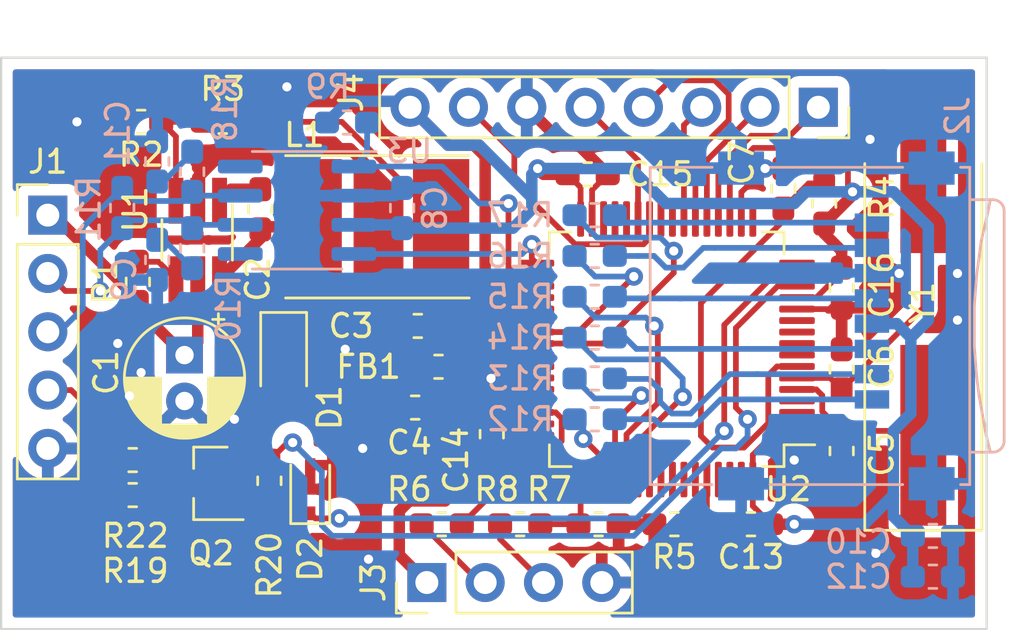
<source format=kicad_pcb>
(kicad_pcb (version 20201002) (generator pcbnew)
  (layers (0 "F.Cu" signal) (31 "B.Cu" signal) (34 "B.Paste" user) (35 "F.Paste" user) (36 "B.SilkS" user "B.Silkscreen") (37 "F.SilkS" user "F.Silkscreen") (38 "B.Mask" user) (39 "F.Mask" user) (44 "Edge.Cuts" user))
  (net 0 "")
  (net 1 "GND")
  (net 2 "+48V")
  (net 3 "Net-(C2-Pad2)")
  (net 4 "Net-(C2-Pad1)")
  (net 5 "Net-(C3-Pad1)")
  (net 6 "+3V3")
  (net 7 "Net-(C5-Pad1)")
  (net 8 "Net-(C6-Pad1)")
  (net 9 "Net-(C7-Pad1)")
  (net 10 "Net-(C9-Pad1)")
  (net 11 "Net-(C11-Pad1)")
  (net 12 "/IN")
  (net 13 "/IO")
  (net 14 "/CANH")
  (net 15 "/CANL")
  (net 16 "Net-(J2-Pad1)")
  (net 17 "Net-(J2-Pad2)")
  (net 18 "Net-(J2-Pad3)")
  (net 19 "Net-(J2-Pad5)")
  (net 20 "Net-(J2-Pad7)")
  (net 21 "Net-(J2-Pad8)")
  (net 22 "/SWCLK")
  (net 23 "/SWDIO")
  (net 24 "/PER_RST")
  (net 25 "/PER_IRQ")
  (net 26 "/PER_MISO")
  (net 27 "/PER_MOSI")
  (net 28 "/PER_SCK")
  (net 29 "/PER_SS")
  (net 30 "Net-(Q2-Pad3)")
  (net 31 "Net-(Q2-Pad1)")
  (net 32 "Net-(R1-Pad2)")
  (net 33 "Net-(R2-Pad1)")
  (net 34 "Net-(R5-Pad1)")
  (net 35 "Net-(R6-Pad1)")
  (net 36 "Net-(R7-Pad2)")
  (net 37 "/CAN_TX")
  (net 38 "/MMC_DAT2")
  (net 39 "/MMC_DAT3")
  (net 40 "/MMC_CMD")
  (net 41 "/MMC_CLK")
  (net 42 "/MMC_DAT0")
  (net 43 "/MMC_DAT1")
  (net 44 "/OUT")
  (net 45 "Net-(U2-Pad62)")
  (net 46 "Net-(U2-Pad61)")
  (net 47 "Net-(U2-Pad59)")
  (net 48 "Net-(U2-Pad58)")
  (net 49 "Net-(U2-Pad57)")
  (net 50 "Net-(U2-Pad56)")
  (net 51 "Net-(U2-Pad55)")
  (net 52 "Net-(U2-Pad50)")
  (net 53 "Net-(U2-Pad45)")
  (net 54 "Net-(U2-Pad44)")
  (net 55 "Net-(U2-Pad43)")
  (net 56 "Net-(U2-Pad42)")
  (net 57 "Net-(U2-Pad41)")
  (net 58 "Net-(U2-Pad38)")
  (net 59 "Net-(U2-Pad37)")
  (net 60 "Net-(U2-Pad36)")
  (net 61 "Net-(U2-Pad35)")
  (net 62 "/CAN_RX")
  (net 63 "Net-(U2-Pad30)")
  (net 64 "Net-(U2-Pad29)")
  (net 65 "Net-(U2-Pad28)")
  (net 66 "Net-(U2-Pad25)")
  (net 67 "Net-(U2-Pad24)")
  (net 68 "Net-(U2-Pad17)")
  (net 69 "Net-(U2-Pad16)")
  (net 70 "Net-(U2-Pad11)")
  (net 71 "Net-(U2-Pad10)")
  (net 72 "Net-(U2-Pad9)")
  (net 73 "Net-(U2-Pad8)")
  (net 74 "Net-(U2-Pad4)")
  (net 75 "Net-(U2-Pad3)")
  (net 76 "Net-(U2-Pad2)")
  (net 77 "Net-(U3-Pad8)")
  (net 78 "Net-(U3-Pad5)")
  (module "Capacitor_THT:CP_Radial_D5.0mm_P2.00mm" (layer "F.Cu") (at 89.013 86.614 -90)
    (fp_text reference "C1" (at 0.762 3.415 90) (layer "F.SilkS"))
    (fp_text value "4u7 60V")
    (pad "1" thru_hole rect (at 0 0 270) (size 1.6 1.6) (drill 0.8) (layers *.Cu *.Mask) (net 2 "+48V"))
    (pad "2" thru_hole circle (at 2 0 270) (size 1.6 1.6) (drill 0.8) (layers *.Cu *.Mask) (net 1 "GND"))
  )
  (module "Connector_PinHeader_2.54mm:PinHeader_1x05_P2.54mm_Vertical" (layer "F.Cu") (at 83.058 80.518)
    (fp_text reference "J1" (at 0 -2.33) (layer "F.SilkS"))
    (fp_text value "EXT")
    (pad "1" thru_hole rect (at 0 0) (size 1.7 1.7) (drill 1) (layers *.Cu *.Mask) (net 2 "+48V"))
    (pad "2" thru_hole oval (at 0 2.54) (size 1.7 1.7) (drill 1) (layers *.Cu *.Mask) (net 15 "/CANL"))
    (pad "3" thru_hole oval (at 0 5.08) (size 1.7 1.7) (drill 1) (layers *.Cu *.Mask) (net 14 "/CANH"))
    (pad "4" thru_hole oval (at 0 7.62) (size 1.7 1.7) (drill 1) (layers *.Cu *.Mask) (net 13 "/IO"))
    (pad "5" thru_hole oval (at 0 10.16) (size 1.7 1.7) (drill 1) (layers *.Cu *.Mask) (net 1 "GND"))
  )
  (module "Inductor_SMD:L_Taiyo-Yuden_NR-60xx_HandSoldering" (layer "F.Cu") (at 97.414 81.026)
    (fp_text reference "L1" (at -3.18 -4) (layer "F.SilkS"))
    (fp_text value ">43u, DCR<0R2, >0.95A")
    (pad "1" smd rect (at -2.775 0) (size 2.45 5.9) (layers "F.Cu" "F.Paste" "F.Mask") (net 3 "Net-(C2-Pad2)"))
    (pad "2" smd rect (at 2.775 0) (size 2.45 5.9) (layers "F.Cu" "F.Paste" "F.Mask") (net 5 "Net-(C3-Pad1)"))
  )
  (module "Package_TO_SOT_SMD:TSOT-23-6_HandSoldering" (layer "F.Cu") (at 89.589 81.6 -90)
    (fp_text reference "U1" (at -1.336 2.721 90) (layer "F.SilkS"))
    (fp_text value "MP2459")
    (pad "1" smd rect (at -1.71 -0.95 270) (size 2 0.65) (layers "F.Cu" "F.Paste" "F.Mask") (net 4 "Net-(C2-Pad1)"))
    (pad "2" smd rect (at -1.71 0 270) (size 2 0.65) (layers "F.Cu" "F.Paste" "F.Mask") (net 1 "GND"))
    (pad "3" smd rect (at -1.71 0.95 270) (size 2 0.65) (layers "F.Cu" "F.Paste" "F.Mask") (net 33 "Net-(R2-Pad1)"))
    (pad "4" smd rect (at 1.71 0.95 270) (size 2 0.65) (layers "F.Cu" "F.Paste" "F.Mask") (net 32 "Net-(R1-Pad2)"))
    (pad "5" smd rect (at 1.71 0 270) (size 2 0.65) (layers "F.Cu" "F.Paste" "F.Mask") (net 2 "+48V"))
    (pad "6" smd rect (at 1.71 -0.95 270) (size 2 0.65) (layers "F.Cu" "F.Paste" "F.Mask") (net 3 "Net-(C2-Pad2)"))
  )
  (module "Connector_PinSocket_2.54mm:PinSocket_1x08_P2.54mm_Vertical" (layer "F.Cu") (at 116.620002 75.8195 -90)
    (fp_text reference "J4" (at -0.6355 20.354002 90) (layer "F.SilkS"))
    (fp_text value "Conn_01x08")
    (pad "1" thru_hole rect (at 0 0 270) (size 1.7 1.7) (drill 1) (layers *.Cu *.Mask) (net 29 "/PER_SS"))
    (pad "2" thru_hole oval (at 0 2.54 270) (size 1.7 1.7) (drill 1) (layers *.Cu *.Mask) (net 28 "/PER_SCK"))
    (pad "3" thru_hole oval (at 0 5.08 270) (size 1.7 1.7) (drill 1) (layers *.Cu *.Mask) (net 27 "/PER_MOSI"))
    (pad "4" thru_hole oval (at 0 7.62 270) (size 1.7 1.7) (drill 1) (layers *.Cu *.Mask) (net 26 "/PER_MISO"))
    (pad "5" thru_hole oval (at 0 10.16 270) (size 1.7 1.7) (drill 1) (layers *.Cu *.Mask) (net 25 "/PER_IRQ"))
    (pad "6" thru_hole oval (at 0 12.7 270) (size 1.7 1.7) (drill 1) (layers *.Cu *.Mask) (net 1 "GND"))
    (pad "7" thru_hole oval (at 0 15.24 270) (size 1.7 1.7) (drill 1) (layers *.Cu *.Mask) (net 24 "/PER_RST"))
    (pad "8" thru_hole oval (at 0 17.78 270) (size 1.7 1.7) (drill 1) (layers *.Cu *.Mask) (net 6 "+3V3"))
  )
  (module "Resistor_SMD:R_0603_1608Metric_Pad1.05x0.95mm_HandSolder" (layer "F.Cu") (at 107.047 93.98 180)
    (fp_text reference "R7" (at 2.145 1.524) (layer "F.SilkS"))
    (fp_text value "4k7")
    (pad "1" smd roundrect (at -0.875 0 180) (size 1.05 0.95) (layers "F.Cu" "F.Paste" "F.Mask") (net 1 "GND"))
    (pad "2" smd roundrect (at 0.875 0 180) (size 1.05 0.95) (layers "F.Cu" "F.Paste" "F.Mask") (net 36 "Net-(R7-Pad2)"))
  )
  (module "Diode_SMD:D_SOD-323" (layer "F.Cu") (at 94.488 92.456 90)
    (fp_text reference "D2" (at -3.048 0 90) (layer "F.SilkS"))
    (fp_text value "3V3")
    (pad "1" smd rect (at -1.05 0 90) (size 0.6 0.45) (layers "F.Cu" "F.Paste" "F.Mask") (net 12 "/IN"))
    (pad "2" smd rect (at 1.05 0 90) (size 0.6 0.45) (layers "F.Cu" "F.Paste" "F.Mask") (net 1 "GND"))
  )
  (module "Capacitor_SMD:C_0603_1608Metric_Pad1.05x0.95mm_HandSolder" (layer "F.Cu") (at 99.173 85.344 180)
    (fp_text reference "C3" (at 2.907 0) (layer "F.SilkS"))
    (fp_text value "22u X5R/X7R 6V3")
    (pad "1" smd roundrect (at -0.875 0 180) (size 1.05 0.95) (layers "F.Cu" "F.Paste" "F.Mask") (net 5 "Net-(C3-Pad1)"))
    (pad "2" smd roundrect (at 0.875 0 180) (size 1.05 0.95) (layers "F.Cu" "F.Paste" "F.Mask") (net 1 "GND"))
  )
  (module "Capacitor_SMD:C_0603_1608Metric_Pad1.05x0.95mm_HandSolder" (layer "F.Cu") (at 106.573003 78.74)
    (fp_text reference "C15" (at 3.154997 0) (layer "F.SilkS"))
    (fp_text value "100n")
    (pad "1" smd roundrect (at -0.875 0) (size 1.05 0.95) (layers "F.Cu" "F.Paste" "F.Mask") (net 6 "+3V3"))
    (pad "2" smd roundrect (at 0.875 0) (size 1.05 0.95) (layers "F.Cu" "F.Paste" "F.Mask") (net 1 "GND"))
  )
  (module "Resistor_SMD:R_0603_1608Metric_Pad1.05x0.95mm_HandSolder" (layer "F.Cu") (at 110.349 93.98 180)
    (fp_text reference "R5" (at 0 -1.43) (layer "F.SilkS"))
    (fp_text value "1k")
    (pad "1" smd roundrect (at -0.875 0 180) (size 1.05 0.95) (layers "F.Cu" "F.Paste" "F.Mask") (net 34 "Net-(R5-Pad1)"))
    (pad "2" smd roundrect (at 0.875 0 180) (size 1.05 0.95) (layers "F.Cu" "F.Paste" "F.Mask") (net 1 "GND"))
  )
  (module "Package_QFP:LQFP-64_10x10mm_P0.5mm" (layer "F.Cu") (at 110.016003 86.36 180)
    (fp_text reference "U2" (at -5.299997 -6.096) (layer "F.SilkS"))
    (fp_text value "STM32F072RBTx")
    (pad "1" smd roundrect (at -5.675 -3.75 180) (size 1.55 0.3) (layers "F.Cu" "F.Paste" "F.Mask") (net 6 "+3V3"))
    (pad "2" smd roundrect (at -5.675 -3.25 180) (size 1.55 0.3) (layers "F.Cu" "F.Paste" "F.Mask") (net 76 "Net-(U2-Pad2)"))
    (pad "3" smd roundrect (at -5.675 -2.75 180) (size 1.55 0.3) (layers "F.Cu" "F.Paste" "F.Mask") (net 75 "Net-(U2-Pad3)"))
    (pad "4" smd roundrect (at -5.675 -2.25 180) (size 1.55 0.3) (layers "F.Cu" "F.Paste" "F.Mask") (net 74 "Net-(U2-Pad4)"))
    (pad "5" smd roundrect (at -5.675 -1.75 180) (size 1.55 0.3) (layers "F.Cu" "F.Paste" "F.Mask") (net 7 "Net-(C5-Pad1)"))
    (pad "6" smd roundrect (at -5.675 -1.25 180) (size 1.55 0.3) (layers "F.Cu" "F.Paste" "F.Mask") (net 8 "Net-(C6-Pad1)"))
    (pad "7" smd roundrect (at -5.675 -0.75 180) (size 1.55 0.3) (layers "F.Cu" "F.Paste" "F.Mask") (net 9 "Net-(C7-Pad1)"))
    (pad "8" smd roundrect (at -5.675 -0.25 180) (size 1.55 0.3) (layers "F.Cu" "F.Paste" "F.Mask") (net 73 "Net-(U2-Pad8)"))
    (pad "9" smd roundrect (at -5.675 0.25 180) (size 1.55 0.3) (layers "F.Cu" "F.Paste" "F.Mask") (net 72 "Net-(U2-Pad9)"))
    (pad "10" smd roundrect (at -5.675 0.75 180) (size 1.55 0.3) (layers "F.Cu" "F.Paste" "F.Mask") (net 71 "Net-(U2-Pad10)"))
    (pad "11" smd roundrect (at -5.675 1.25 180) (size 1.55 0.3) (layers "F.Cu" "F.Paste" "F.Mask") (net 70 "Net-(U2-Pad11)"))
    (pad "12" smd roundrect (at -5.675 1.75 180) (size 1.55 0.3) (layers "F.Cu" "F.Paste" "F.Mask") (net 1 "GND"))
    (pad "13" smd roundrect (at -5.675 2.25 180) (size 1.55 0.3) (layers "F.Cu" "F.Paste" "F.Mask") (net 6 "+3V3"))
    (pad "14" smd roundrect (at -5.675 2.75 180) (size 1.55 0.3) (layers "F.Cu" "F.Paste" "F.Mask") (net 44 "/OUT"))
    (pad "15" smd roundrect (at -5.675 3.25 180) (size 1.55 0.3) (layers "F.Cu" "F.Paste" "F.Mask") (net 12 "/IN"))
    (pad "16" smd roundrect (at -5.675 3.75 180) (size 1.55 0.3) (layers "F.Cu" "F.Paste" "F.Mask") (net 69 "Net-(U2-Pad16)"))
    (pad "17" smd roundrect (at -3.75 5.675 180) (size 0.3 1.55) (layers "F.Cu" "F.Paste" "F.Mask") (net 68 "Net-(U2-Pad17)"))
    (pad "18" smd roundrect (at -3.25 5.675 180) (size 0.3 1.55) (layers "F.Cu" "F.Paste" "F.Mask") (net 1 "GND"))
    (pad "19" smd roundrect (at -2.75 5.675 180) (size 0.3 1.55) (layers "F.Cu" "F.Paste" "F.Mask") (net 6 "+3V3"))
    (pad "20" smd roundrect (at -2.25 5.675 180) (size 0.3 1.55) (layers "F.Cu" "F.Paste" "F.Mask") (net 29 "/PER_SS"))
    (pad "21" smd roundrect (at -1.75 5.675 180) (size 0.3 1.55) (layers "F.Cu" "F.Paste" "F.Mask") (net 28 "/PER_SCK"))
    (pad "22" smd roundrect (at -1.25 5.675 180) (size 0.3 1.55) (layers "F.Cu" "F.Paste" "F.Mask") (net 26 "/PER_MISO"))
    (pad "23" smd roundrect (at -0.75 5.675 180) (size 0.3 1.55) (layers "F.Cu" "F.Paste" "F.Mask") (net 27 "/PER_MOSI"))
    (pad "24" smd roundrect (at -0.25 5.675 180) (size 0.3 1.55) (layers "F.Cu" "F.Paste" "F.Mask") (net 67 "Net-(U2-Pad24)"))
    (pad "25" smd roundrect (at 0.25 5.675 180) (size 0.3 1.55) (layers "F.Cu" "F.Paste" "F.Mask") (net 66 "Net-(U2-Pad25)"))
    (pad "26" smd roundrect (at 0.75 5.675 180) (size 0.3 1.55) (layers "F.Cu" "F.Paste" "F.Mask") (net 24 "/PER_RST"))
    (pad "27" smd roundrect (at 1.25 5.675 180) (size 0.3 1.55) (layers "F.Cu" "F.Paste" "F.Mask") (net 25 "/PER_IRQ"))
    (pad "28" smd roundrect (at 1.75 5.675 180) (size 0.3 1.55) (layers "F.Cu" "F.Paste" "F.Mask") (net 65 "Net-(U2-Pad28)"))
    (pad "29" smd roundrect (at 2.25 5.675 180) (size 0.3 1.55) (layers "F.Cu" "F.Paste" "F.Mask") (net 64 "Net-(U2-Pad29)"))
    (pad "30" smd roundrect (at 2.75 5.675 180) (size 0.3 1.55) (layers "F.Cu" "F.Paste" "F.Mask") (net 63 "Net-(U2-Pad30)"))
    (pad "31" smd roundrect (at 3.25 5.675 180) (size 0.3 1.55) (layers "F.Cu" "F.Paste" "F.Mask") (net 1 "GND"))
    (pad "32" smd roundrect (at 3.75 5.675 180) (size 0.3 1.55) (layers "F.Cu" "F.Paste" "F.Mask") (net 6 "+3V3"))
    (pad "33" smd roundrect (at 5.675 3.75 180) (size 1.55 0.3) (layers "F.Cu" "F.Paste" "F.Mask") (net 62 "/CAN_RX"))
    (pad "34" smd roundrect (at 5.675 3.25 180) (size 1.55 0.3) (layers "F.Cu" "F.Paste" "F.Mask") (net 37 "/CAN_TX"))
    (pad "35" smd roundrect (at 5.675 2.75 180) (size 1.55 0.3) (layers "F.Cu" "F.Paste" "F.Mask") (net 61 "Net-(U2-Pad35)"))
    (pad "36" smd roundrect (at 5.675 2.25 180) (size 1.55 0.3) (layers "F.Cu" "F.Paste" "F.Mask") (net 60 "Net-(U2-Pad36)"))
    (pad "37" smd roundrect (at 5.675 1.75 180) (size 1.55 0.3) (layers "F.Cu" "F.Paste" "F.Mask") (net 59 "Net-(U2-Pad37)"))
    (pad "38" smd roundrect (at 5.675 1.25 180) (size 1.55 0.3) (layers "F.Cu" "F.Paste" "F.Mask") (net 58 "Net-(U2-Pad38)"))
    (pad "39" smd roundrect (at 5.675 0.75 180) (size 1.55 0.3) (layers "F.Cu" "F.Paste" "F.Mask") (net 42 "/MMC_DAT0"))
    (pad "40" smd roundrect (at 5.675 0.25 180) (size 1.55 0.3) (layers "F.Cu" "F.Paste" "F.Mask") (net 43 "/MMC_DAT1"))
    (pad "41" smd roundrect (at 5.675 -0.25 180) (size 1.55 0.3) (layers "F.Cu" "F.Paste" "F.Mask") (net 57 "Net-(U2-Pad41)"))
    (pad "42" smd roundrect (at 5.675 -0.75 180) (size 1.55 0.3) (layers "F.Cu" "F.Paste" "F.Mask") (net 56 "Net-(U2-Pad42)"))
    (pad "43" smd roundrect (at 5.675 -1.25 180) (size 1.55 0.3) (layers "F.Cu" "F.Paste" "F.Mask") (net 55 "Net-(U2-Pad43)"))
    (pad "44" smd roundrect (at 5.675 -1.75 180) (size 1.55 0.3) (layers "F.Cu" "F.Paste" "F.Mask") (net 54 "Net-(U2-Pad44)"))
    (pad "45" smd roundrect (at 5.675 -2.25 180) (size 1.55 0.3) (layers "F.Cu" "F.Paste" "F.Mask") (net 53 "Net-(U2-Pad45)"))
    (pad "46" smd roundrect (at 5.675 -2.75 180) (size 1.55 0.3) (layers "F.Cu" "F.Paste" "F.Mask") (net 35 "Net-(R6-Pad1)"))
    (pad "47" smd roundrect (at 5.675 -3.25 180) (size 1.55 0.3) (layers "F.Cu" "F.Paste" "F.Mask") (net 1 "GND"))
    (pad "48" smd roundrect (at 5.675 -3.75 180) (size 1.55 0.3) (layers "F.Cu" "F.Paste" "F.Mask") (net 6 "+3V3"))
    (pad "49" smd roundrect (at 3.75 -5.675 180) (size 0.3 1.55) (layers "F.Cu" "F.Paste" "F.Mask") (net 36 "Net-(R7-Pad2)"))
    (pad "50" smd roundrect (at 3.25 -5.675 180) (size 0.3 1.55) (layers "F.Cu" "F.Paste" "F.Mask") (net 52 "Net-(U2-Pad50)"))
    (pad "51" smd roundrect (at 2.75 -5.675 180) (size 0.3 1.55) (layers "F.Cu" "F.Paste" "F.Mask") (net 38 "/MMC_DAT2"))
    (pad "52" smd roundrect (at 2.25 -5.675 180) (size 0.3 1.55) (layers "F.Cu" "F.Paste" "F.Mask") (net 39 "/MMC_DAT3"))
    (pad "53" smd roundrect (at 1.75 -5.675 180) (size 0.3 1.55) (layers "F.Cu" "F.Paste" "F.Mask") (net 41 "/MMC_CLK"))
    (pad "54" smd roundrect (at 1.25 -5.675 180) (size 0.3 1.55) (layers "F.Cu" "F.Paste" "F.Mask") (net 40 "/MMC_CMD"))
    (pad "55" smd roundrect (at 0.75 -5.675 180) (size 0.3 1.55) (layers "F.Cu" "F.Paste" "F.Mask") (net 51 "Net-(U2-Pad55)"))
    (pad "56" smd roundrect (at 0.25 -5.675 180) (size 0.3 1.55) (layers "F.Cu" "F.Paste" "F.Mask") (net 50 "Net-(U2-Pad56)"))
    (pad "57" smd roundrect (at -0.25 -5.675 180) (size 0.3 1.55) (layers "F.Cu" "F.Paste" "F.Mask") (net 49 "Net-(U2-Pad57)"))
    (pad "58" smd roundrect (at -0.75 -5.675 180) (size 0.3 1.55) (layers "F.Cu" "F.Paste" "F.Mask") (net 48 "Net-(U2-Pad58)"))
    (pad "59" smd roundrect (at -1.25 -5.675 180) (size 0.3 1.55) (layers "F.Cu" "F.Paste" "F.Mask") (net 47 "Net-(U2-Pad59)"))
    (pad "60" smd roundrect (at -1.75 -5.675 180) (size 0.3 1.55) (layers "F.Cu" "F.Paste" "F.Mask") (net 34 "Net-(R5-Pad1)"))
    (pad "61" smd roundrect (at -2.25 -5.675 180) (size 0.3 1.55) (layers "F.Cu" "F.Paste" "F.Mask") (net 46 "Net-(U2-Pad61)"))
    (pad "62" smd roundrect (at -2.75 -5.675 180) (size 0.3 1.55) (layers "F.Cu" "F.Paste" "F.Mask") (net 45 "Net-(U2-Pad62)"))
    (pad "63" smd roundrect (at -3.25 -5.675 180) (size 0.3 1.55) (layers "F.Cu" "F.Paste" "F.Mask") (net 1 "GND"))
    (pad "64" smd roundrect (at -3.75 -5.675 180) (size 0.3 1.55) (layers "F.Cu" "F.Paste" "F.Mask") (net 6 "+3V3"))
  )
  (module "Capacitor_SMD:C_0603_1608Metric_Pad1.05x0.95mm_HandSolder" (layer "F.Cu") (at 117.636003 90.791 -90)
    (fp_text reference "C5" (at 0.141 -1.743997 90) (layer "F.SilkS"))
    (fp_text value "18p")
    (pad "1" smd roundrect (at -0.875 0 270) (size 1.05 0.95) (layers "F.Cu" "F.Paste" "F.Mask") (net 7 "Net-(C5-Pad1)"))
    (pad "2" smd roundrect (at 0.875 0 270) (size 1.05 0.95) (layers "F.Cu" "F.Paste" "F.Mask") (net 1 "GND"))
  )
  (module "Resistor_SMD:R_0603_1608Metric_Pad1.05x0.95mm_HandSolder" (layer "F.Cu") (at 116.874003 80.01 90)
    (fp_text reference "R4" (at 0.254 2.505997 90) (layer "F.SilkS"))
    (fp_text value "1k")
    (pad "1" smd roundrect (at -0.875 0 90) (size 1.05 0.95) (layers "F.Cu" "F.Paste" "F.Mask") (net 6 "+3V3"))
    (pad "2" smd roundrect (at 0.875 0 90) (size 1.05 0.95) (layers "F.Cu" "F.Paste" "F.Mask") (net 9 "Net-(C7-Pad1)"))
  )
  (module "Resistor_SMD:R_0603_1608Metric_Pad1.05x0.95mm_HandSolder" (layer "F.Cu") (at 90.678 76.454)
    (fp_text reference "R3" (at 0 -1.43) (layer "F.SilkS"))
    (fp_text value "124k")
    (pad "1" smd roundrect (at -0.875 0) (size 1.05 0.95) (layers "F.Cu" "F.Paste" "F.Mask") (net 33 "Net-(R2-Pad1)"))
    (pad "2" smd roundrect (at 0.875 0) (size 1.05 0.95) (layers "F.Cu" "F.Paste" "F.Mask") (net 5 "Net-(C3-Pad1)"))
  )
  (module "Resistor_SMD:R_0603_1608Metric_Pad1.05x0.95mm_HandSolder" (layer "F.Cu") (at 86.755 91.186 180)
    (fp_text reference "R22" (at -0.113 -3.302) (layer "F.SilkS"))
    (fp_text value "1k")
    (pad "1" smd roundrect (at -0.875 0 180) (size 1.05 0.95) (layers "F.Cu" "F.Paste" "F.Mask") (net 30 "Net-(Q2-Pad3)"))
    (pad "2" smd roundrect (at 0.875 0 180) (size 1.05 0.95) (layers "F.Cu" "F.Paste" "F.Mask") (net 13 "/IO"))
  )
  (module "Resistor_SMD:R_0603_1608Metric_Pad1.05x0.95mm_HandSolder" (layer "F.Cu") (at 86.755 92.71 180)
    (fp_text reference "R19" (at -0.113 -3.302) (layer "F.SilkS"))
    (fp_text value "1k")
    (pad "1" smd roundrect (at -0.875 0 180) (size 1.05 0.95) (layers "F.Cu" "F.Paste" "F.Mask") (net 12 "/IN"))
    (pad "2" smd roundrect (at 0.875 0 180) (size 1.05 0.95) (layers "F.Cu" "F.Paste" "F.Mask") (net 13 "/IO"))
  )
  (module "Package_TO_SOT_SMD:SOT-23" (layer "F.Cu") (at 90.17 92.202 180)
    (fp_text reference "Q2" (at 0 -3.048) (layer "F.SilkS"))
    (fp_text value "NUD3160")
    (pad "1" smd rect (at -1 -0.95 180) (size 0.9 0.8) (layers "F.Cu" "F.Paste" "F.Mask") (net 31 "Net-(Q2-Pad1)"))
    (pad "2" smd rect (at -1 0.95 180) (size 0.9 0.8) (layers "F.Cu" "F.Paste" "F.Mask") (net 1 "GND"))
    (pad "3" smd rect (at 1 0 180) (size 0.9 0.8) (layers "F.Cu" "F.Paste" "F.Mask") (net 30 "Net-(Q2-Pad3)"))
  )
  (module "Capacitor_SMD:C_0603_1608Metric_Pad1.05x0.95mm_HandSolder" (layer "F.Cu") (at 115.096003 79.361 90)
    (fp_text reference "C7" (at 1.129 -1.812003 90) (layer "F.SilkS"))
    (fp_text value "100n")
    (pad "1" smd roundrect (at -0.875 0 90) (size 1.05 0.95) (layers "F.Cu" "F.Paste" "F.Mask") (net 9 "Net-(C7-Pad1)"))
    (pad "2" smd roundrect (at 0.875 0 90) (size 1.05 0.95) (layers "F.Cu" "F.Paste" "F.Mask") (net 1 "GND"))
  )
  (module "Crystal:Crystal_SMD_HC49-SD_HandSoldering" (layer "F.Cu") (at 121.192001 84.1705 90)
    (fp_text reference "Y1" (at -0.1575 -0.034001 90) (layer "F.SilkS"))
    (fp_text value "8M")
    (pad "1" smd rect (at -5.9375 0 90) (size 7.875 2) (layers "F.Cu" "F.Paste" "F.Mask") (net 7 "Net-(C5-Pad1)"))
    (pad "2" smd rect (at 5.9375 0 90) (size 7.875 2) (layers "F.Cu" "F.Paste" "F.Mask") (net 8 "Net-(C6-Pad1)"))
  )
  (module "Capacitor_SMD:C_0603_1608Metric_Pad1.05x0.95mm_HandSolder" (layer "F.Cu") (at 117.636003 87.235 90)
    (fp_text reference "C6" (at 0.113 1.743997 90) (layer "F.SilkS"))
    (fp_text value "18p")
    (pad "1" smd roundrect (at -0.875 0 90) (size 1.05 0.95) (layers "F.Cu" "F.Paste" "F.Mask") (net 8 "Net-(C6-Pad1)"))
    (pad "2" smd roundrect (at 0.875 0 90) (size 1.05 0.95) (layers "F.Cu" "F.Paste" "F.Mask") (net 1 "GND"))
  )
  (module "Connector_PinHeader_2.54mm:PinHeader_1x04_P2.54mm_Vertical" (layer "F.Cu") (at 99.568 96.52 90)
    (fp_text reference "J3" (at 0 -2.33 90) (layer "F.SilkS"))
    (fp_text value "SWD")
    (pad "1" thru_hole rect (at 0 0 90) (size 1.7 1.7) (drill 1) (layers *.Cu *.Mask) (net 6 "+3V3"))
    (pad "2" thru_hole oval (at 0 2.54 90) (size 1.7 1.7) (drill 1) (layers *.Cu *.Mask) (net 23 "/SWDIO"))
    (pad "3" thru_hole oval (at 0 5.08 90) (size 1.7 1.7) (drill 1) (layers *.Cu *.Mask) (net 22 "/SWCLK"))
    (pad "4" thru_hole oval (at 0 7.62 90) (size 1.7 1.7) (drill 1) (layers *.Cu *.Mask) (net 1 "GND"))
  )
  (module "Capacitor_SMD:C_0603_1608Metric_Pad1.05x0.95mm_HandSolder" (layer "F.Cu") (at 113.685003 93.98 180)
    (fp_text reference "C13" (at 0 -1.43) (layer "F.SilkS"))
    (fp_text value "100n")
    (pad "1" smd roundrect (at -0.875 0 180) (size 1.05 0.95) (layers "F.Cu" "F.Paste" "F.Mask") (net 6 "+3V3"))
    (pad "2" smd roundrect (at 0.875 0 180) (size 1.05 0.95) (layers "F.Cu" "F.Paste" "F.Mask") (net 1 "GND"))
  )
  (module "Diode_SMD:D_PowerDI-123" (layer "F.Cu") (at 93.331 86.956 -90)
    (fp_text reference "D1" (at 1.944 -2 90) (layer "F.SilkS"))
    (fp_text value "DFLS160")
    (pad "1" smd rect (at -0.85 0 90) (size 2.4 1.5) (layers "F.Cu" "F.Paste" "F.Mask") (net 3 "Net-(C2-Pad2)"))
    (pad "2" smd rect (at 1.525 0 90) (size 1.05 1.5) (layers "F.Cu" "F.Paste" "F.Mask") (net 1 "GND"))
  )
  (module "Resistor_SMD:R_0603_1608Metric_Pad1.05x0.95mm_HandSolder" (layer "F.Cu") (at 92.71 92.089 -90)
    (fp_text reference "R20" (at 3.669 0 90) (layer "F.SilkS"))
    (fp_text value "1k")
    (pad "1" smd roundrect (at -0.875 0 270) (size 1.05 0.95) (layers "F.Cu" "F.Paste" "F.Mask") (net 44 "/OUT"))
    (pad "2" smd roundrect (at 0.875 0 270) (size 1.05 0.95) (layers "F.Cu" "F.Paste" "F.Mask") (net 31 "Net-(Q2-Pad1)"))
  )
  (module "Resistor_SMD:R_0603_1608Metric_Pad1.05x0.95mm_HandSolder" (layer "F.Cu") (at 86.981 83.425 90)
    (fp_text reference "R1" (at 0 -1.43 90) (layer "F.SilkS"))
    (fp_text value "100k")
    (pad "1" smd roundrect (at -0.875 0 90) (size 1.05 0.95) (layers "F.Cu" "F.Paste" "F.Mask") (net 2 "+48V"))
    (pad "2" smd roundrect (at 0.875 0 90) (size 1.05 0.95) (layers "F.Cu" "F.Paste" "F.Mask") (net 32 "Net-(R1-Pad2)"))
  )
  (module "Inductor_SMD:L_0603_1608Metric_Pad1.05x0.95mm_HandSolder" (layer "F.Cu") (at 100.076 87.122)
    (fp_text reference "FB1" (at -3.048 0) (layer "F.SilkS"))
    (fp_text value "Ferrite_Bead")
    (pad "1" smd roundrect (at -0.875 0) (size 1.05 0.95) (layers "F.Cu" "F.Paste" "F.Mask") (net 5 "Net-(C3-Pad1)"))
    (pad "2" smd roundrect (at 0.875 0) (size 1.05 0.95) (layers "F.Cu" "F.Paste" "F.Mask") (net 6 "+3V3"))
  )
  (module "Capacitor_SMD:C_0603_1608Metric_Pad1.05x0.95mm_HandSolder" (layer "F.Cu") (at 117.636003 83.679 -90)
    (fp_text reference "C16" (at -0.113 -1.743997 90) (layer "F.SilkS"))
    (fp_text value "100n")
    (pad "1" smd roundrect (at -0.875 0 270) (size 1.05 0.95) (layers "F.Cu" "F.Paste" "F.Mask") (net 6 "+3V3"))
    (pad "2" smd roundrect (at 0.875 0 270) (size 1.05 0.95) (layers "F.Cu" "F.Paste" "F.Mask") (net 1 "GND"))
  )
  (module "Resistor_SMD:R_0603_1608Metric_Pad1.05x0.95mm_HandSolder" (layer "F.Cu") (at 103.632 93.98 180)
    (fp_text reference "R8" (at 1.016 1.524) (layer "F.SilkS"))
    (fp_text value "22R")
    (pad "1" smd roundrect (at -0.875 0 180) (size 1.05 0.95) (layers "F.Cu" "F.Paste" "F.Mask") (net 36 "Net-(R7-Pad2)"))
    (pad "2" smd roundrect (at 0.875 0 180) (size 1.05 0.95) (layers "F.Cu" "F.Paste" "F.Mask") (net 22 "/SWCLK"))
  )
  (module "Capacitor_SMD:C_0603_1608Metric_Pad1.05x0.95mm_HandSolder" (layer "F.Cu") (at 92.315 80.264 -90)
    (fp_text reference "C2" (at 3.048 0.113 90) (layer "F.SilkS"))
    (fp_text value "100n 6V3")
    (pad "1" smd roundrect (at -0.875 0 270) (size 1.05 0.95) (layers "F.Cu" "F.Paste" "F.Mask") (net 4 "Net-(C2-Pad1)"))
    (pad "2" smd roundrect (at 0.875 0 270) (size 1.05 0.95) (layers "F.Cu" "F.Paste" "F.Mask") (net 3 "Net-(C2-Pad2)"))
  )
  (module "Resistor_SMD:R_0603_1608Metric_Pad1.05x0.95mm_HandSolder" (layer "F.Cu") (at 87.122 76.454 180)
    (fp_text reference "R2" (at 0 -1.43) (layer "F.SilkS"))
    (fp_text value "40k2")
    (pad "1" smd roundrect (at -0.875 0 180) (size 1.05 0.95) (layers "F.Cu" "F.Paste" "F.Mask") (net 33 "Net-(R2-Pad1)"))
    (pad "2" smd roundrect (at 0.875 0 180) (size 1.05 0.95) (layers "F.Cu" "F.Paste" "F.Mask") (net 1 "GND"))
  )
  (module "Resistor_SMD:R_0603_1608Metric_Pad1.05x0.95mm_HandSolder" (layer "F.Cu") (at 100.217 93.98 180)
    (fp_text reference "R6" (at 1.411 1.524) (layer "F.SilkS"))
    (fp_text value "22R")
    (pad "1" smd roundrect (at -0.875 0 180) (size 1.05 0.95) (layers "F.Cu" "F.Paste" "F.Mask") (net 35 "Net-(R6-Pad1)"))
    (pad "2" smd roundrect (at 0.875 0 180) (size 1.05 0.95) (layers "F.Cu" "F.Paste" "F.Mask") (net 23 "/SWDIO"))
  )
  (module "Capacitor_SMD:C_0603_1608Metric_Pad1.05x0.95mm_HandSolder" (layer "F.Cu") (at 102.396003 90.057 90)
    (fp_text reference "C14" (at -1.129 -1.558003 90) (layer "F.SilkS"))
    (fp_text value "100n")
    (pad "1" smd roundrect (at -0.875 0 90) (size 1.05 0.95) (layers "F.Cu" "F.Paste" "F.Mask") (net 6 "+3V3"))
    (pad "2" smd roundrect (at 0.875 0 90) (size 1.05 0.95) (layers "F.Cu" "F.Paste" "F.Mask") (net 1 "GND"))
  )
  (module "Capacitor_SMD:C_0603_1608Metric_Pad1.05x0.95mm_HandSolder" (layer "F.Cu") (at 99.06 88.9 180)
    (fp_text reference "C4" (at 0.254 -1.524) (layer "F.SilkS"))
    (fp_text value "22u X5R/X7R 6V3")
    (pad "1" smd roundrect (at -0.875 0 180) (size 1.05 0.95) (layers "F.Cu" "F.Paste" "F.Mask") (net 6 "+3V3"))
    (pad "2" smd roundrect (at 0.875 0 180) (size 1.05 0.95) (layers "F.Cu" "F.Paste" "F.Mask") (net 1 "GND"))
  )
  (module "Resistor_SMD:R_0603_1608Metric_Pad1.05x0.95mm_HandSolder" (layer "B.Cu") (at 96.092 76.484)
    (fp_text reference "R9" (at -0.842 -1.554 180) (layer "B.SilkS") (effects (justify mirror)))
    (fp_text value "4k7")
    (pad "1" smd roundrect (at -0.875 0) (size 1.05 0.95) (layers "B.Cu" "B.Paste" "B.Mask") (net 6 "+3V3"))
    (pad "2" smd roundrect (at 0.875 0) (size 1.05 0.95) (layers "B.Cu" "B.Paste" "B.Mask") (net 37 "/CAN_TX"))
  )
  (module "Capacitor_SMD:C_0603_1608Metric_Pad1.05x0.95mm_HandSolder" (layer "B.Cu") (at 87.823 82.467 -90)
    (fp_text reference "C9" (at 0.845 1.43 90) (layer "B.SilkS") (effects (justify mirror)))
    (fp_text value "560p")
    (pad "1" smd roundrect (at -0.875 0 270) (size 1.05 0.95) (layers "B.Cu" "B.Paste" "B.Mask") (net 10 "Net-(C9-Pad1)"))
    (pad "2" smd roundrect (at 0.875 0 270) (size 1.05 0.95) (layers "B.Cu" "B.Paste" "B.Mask") (net 1 "GND"))
  )
  (module "Resistor_SMD:R_0603_1608Metric_Pad1.05x0.95mm_HandSolder" (layer "B.Cu") (at 106.878502 87.63)
    (fp_text reference "R13" (at -3.246502 0) (layer "B.SilkS") (effects (justify mirror)))
    (fp_text value "22R")
    (pad "1" smd roundrect (at -0.875 0) (size 1.05 0.95) (layers "B.Cu" "B.Paste" "B.Mask") (net 39 "/MMC_DAT3"))
    (pad "2" smd roundrect (at 0.875 0) (size 1.05 0.95) (layers "B.Cu" "B.Paste" "B.Mask") (net 17 "Net-(J2-Pad2)"))
  )
  (module "Connector_Card:microSD_HC_Wuerth_693072010801" (layer "B.Cu") (at 117.405502 85.344 90)
    (fp_text reference "J2" (at 9.144 5.276498 270) (layer "B.SilkS") (effects (justify mirror)))
    (fp_text value "Micro_SD_Card")
    (pad "1" smd rect (at -3.2 1.55 90) (size 0.8 1.5) (layers "B.Cu" "B.Paste" "B.Mask") (net 16 "Net-(J2-Pad1)"))
    (pad "2" smd rect (at -2.1 1.55 90) (size 0.8 1.5) (layers "B.Cu" "B.Paste" "B.Mask") (net 17 "Net-(J2-Pad2)"))
    (pad "3" smd rect (at -1 1.55 90) (size 0.8 1.5) (layers "B.Cu" "B.Paste" "B.Mask") (net 18 "Net-(J2-Pad3)"))
    (pad "4" smd rect (at 0.1 1.55 90) (size 0.8 1.5) (layers "B.Cu" "B.Paste" "B.Mask") (net 6 "+3V3"))
    (pad "5" smd rect (at 1.2 1.55 90) (size 0.8 1.5) (layers "B.Cu" "B.Paste" "B.Mask") (net 19 "Net-(J2-Pad5)"))
    (pad "6" smd rect (at 2.3 1.55 90) (size 0.8 1.5) (layers "B.Cu" "B.Paste" "B.Mask") (net 1 "GND"))
    (pad "7" smd rect (at 3.4 1.55 90) (size 0.8 1.5) (layers "B.Cu" "B.Paste" "B.Mask") (net 20 "Net-(J2-Pad7)"))
    (pad "8" smd rect (at 4.5 1.55 90) (size 0.8 1.5) (layers "B.Cu" "B.Paste" "B.Mask") (net 21 "Net-(J2-Pad8)"))
    (pad "9" smd rect (at 6.875 -4.15 90) (size 1.45 2) (layers "B.Cu" "B.Paste" "B.Mask") (net 1 "GND"))
    (pad "9" smd rect (at -6.875 4.15 90) (size 1.45 2) (layers "B.Cu" "B.Paste" "B.Mask") (net 1 "GND"))
    (pad "9" smd rect (at 6.875 4.15 90) (size 1.45 2) (layers "B.Cu" "B.Paste" "B.Mask") (net 1 "GND"))
    (pad "9" smd rect (at -6.875 -4.15 90) (size 1.45 2) (layers "B.Cu" "B.Paste" "B.Mask") (net 1 "GND"))
  )
  (module "Capacitor_SMD:C_0603_1608Metric_Pad1.05x0.95mm_HandSolder" (layer "B.Cu") (at 98.491 80.209 90)
    (fp_text reference "C8" (at 0 1.43 90) (layer "B.SilkS") (effects (justify mirror)))
    (fp_text value "100n")
    (pad "1" smd roundrect (at -0.875 0 90) (size 1.05 0.95) (layers "B.Cu" "B.Paste" "B.Mask") (net 6 "+3V3"))
    (pad "2" smd roundrect (at 0.875 0 90) (size 1.05 0.95) (layers "B.Cu" "B.Paste" "B.Mask") (net 1 "GND"))
  )
  (module "Resistor_SMD:R_0603_1608Metric_Pad1.05x0.95mm_HandSolder" (layer "B.Cu") (at 106.878502 84.074)
    (fp_text reference "R15" (at -3.246502 0) (layer "B.SilkS") (effects (justify mirror)))
    (fp_text value "22R")
    (pad "1" smd roundrect (at -0.875 0) (size 1.05 0.95) (layers "B.Cu" "B.Paste" "B.Mask") (net 41 "/MMC_CLK"))
    (pad "2" smd roundrect (at 0.875 0) (size 1.05 0.95) (layers "B.Cu" "B.Paste" "B.Mask") (net 19 "Net-(J2-Pad5)"))
  )
  (module "Resistor_SMD:R_0603_1608Metric_Pad1.05x0.95mm_HandSolder" (layer "B.Cu") (at 106.878502 80.518)
    (fp_text reference "R17" (at -3.246502 0) (layer "B.SilkS") (effects (justify mirror)))
    (fp_text value "22R")
    (pad "1" smd roundrect (at -0.875 0) (size 1.05 0.95) (layers "B.Cu" "B.Paste" "B.Mask") (net 43 "/MMC_DAT1"))
    (pad "2" smd roundrect (at 0.875 0) (size 1.05 0.95) (layers "B.Cu" "B.Paste" "B.Mask") (net 21 "Net-(J2-Pad8)"))
  )
  (module "Resistor_SMD:R_0603_1608Metric_Pad1.05x0.95mm_HandSolder" (layer "B.Cu") (at 106.878502 85.852)
    (fp_text reference "R14" (at -3.246502 0) (layer "B.SilkS") (effects (justify mirror)))
    (fp_text value "22R")
    (pad "1" smd roundrect (at -0.875 0) (size 1.05 0.95) (layers "B.Cu" "B.Paste" "B.Mask") (net 40 "/MMC_CMD"))
    (pad "2" smd roundrect (at 0.875 0) (size 1.05 0.95) (layers "B.Cu" "B.Paste" "B.Mask") (net 18 "Net-(J2-Pad3)"))
  )
  (module "Package_SO:SOIC-8_3.9x4.9mm_P1.27mm" (layer "B.Cu") (at 93.915 80.306 180)
    (fp_text reference "U3" (at -4.891 2.582 180) (layer "B.SilkS") (effects (justify mirror)))
    (fp_text value "SN65HVD232")
    (pad "1" smd roundrect (at -2.475 1.905 180) (size 1.95 0.6) (layers "B.Cu" "B.Paste" "B.Mask") (net 37 "/CAN_TX"))
    (pad "2" smd roundrect (at -2.475 0.635 180) (size 1.95 0.6) (layers "B.Cu" "B.Paste" "B.Mask") (net 1 "GND"))
    (pad "3" smd roundrect (at -2.475 -0.635 180) (size 1.95 0.6) (layers "B.Cu" "B.Paste" "B.Mask") (net 6 "+3V3"))
    (pad "4" smd roundrect (at -2.475 -1.905 180) (size 1.95 0.6) (layers "B.Cu" "B.Paste" "B.Mask") (net 62 "/CAN_RX"))
    (pad "5" smd roundrect (at 2.475 -1.905 180) (size 1.95 0.6) (layers "B.Cu" "B.Paste" "B.Mask") (net 78 "Net-(U3-Pad5)"))
    (pad "6" smd roundrect (at 2.475 -0.635 180) (size 1.95 0.6) (layers "B.Cu" "B.Paste" "B.Mask") (net 15 "/CANL"))
    (pad "7" smd roundrect (at 2.475 0.635 180) (size 1.95 0.6) (layers "B.Cu" "B.Paste" "B.Mask") (net 14 "/CANH"))
    (pad "8" smd roundrect (at 2.475 1.905 180) (size 1.95 0.6) (layers "B.Cu" "B.Paste" "B.Mask") (net 77 "Net-(U3-Pad8)"))
  )
  (module "Resistor_SMD:R_0603_1608Metric_Pad1.05x0.95mm_HandSolder" (layer "B.Cu") (at 106.878502 89.408)
    (fp_text reference "R12" (at -3.246502 0) (layer "B.SilkS") (effects (justify mirror)))
    (fp_text value "22R")
    (pad "1" smd roundrect (at -0.875 0) (size 1.05 0.95) (layers "B.Cu" "B.Paste" "B.Mask") (net 38 "/MMC_DAT2"))
    (pad "2" smd roundrect (at 0.875 0) (size 1.05 0.95) (layers "B.Cu" "B.Paste" "B.Mask") (net 16 "Net-(J2-Pad1)"))
  )
  (module "Resistor_SMD:R_0603_1608Metric_Pad1.05x0.95mm_HandSolder" (layer "B.Cu") (at 86.299 80.209 90)
    (fp_text reference "R11" (at -0.055 -1.463 90) (layer "B.SilkS") (effects (justify mirror)))
    (fp_text value "120R")
    (pad "1" smd roundrect (at -0.875 0 90) (size 1.05 0.95) (layers "B.Cu" "B.Paste" "B.Mask") (net 15 "/CANL"))
    (pad "2" smd roundrect (at 0.875 0 90) (size 1.05 0.95) (layers "B.Cu" "B.Paste" "B.Mask") (net 14 "/CANH"))
  )
  (module "Capacitor_SMD:C_0603_1608Metric_Pad1.05x0.95mm_HandSolder" (layer "B.Cu") (at 121.610502 94.488)
    (fp_text reference "C10" (at -3.246502 0.254) (layer "B.SilkS") (effects (justify mirror)))
    (fp_text value "22u")
    (pad "1" smd roundrect (at -0.875 0) (size 1.05 0.95) (layers "B.Cu" "B.Paste" "B.Mask") (net 6 "+3V3"))
    (pad "2" smd roundrect (at 0.875 0) (size 1.05 0.95) (layers "B.Cu" "B.Paste" "B.Mask") (net 1 "GND"))
  )
  (module "Capacitor_SMD:C_0603_1608Metric_Pad1.05x0.95mm_HandSolder" (layer "B.Cu") (at 87.823 78.177 90)
    (fp_text reference "C11" (at 1.215 -1.717 90) (layer "B.SilkS") (effects (justify mirror)))
    (fp_text value "560p")
    (pad "1" smd roundrect (at -0.875 0 90) (size 1.05 0.95) (layers "B.Cu" "B.Paste" "B.Mask") (net 11 "Net-(C11-Pad1)"))
    (pad "2" smd roundrect (at 0.875 0 90) (size 1.05 0.95) (layers "B.Cu" "B.Paste" "B.Mask") (net 1 "GND"))
  )
  (module "Capacitor_SMD:C_0603_1608Metric_Pad1.05x0.95mm_HandSolder" (layer "B.Cu") (at 121.610502 96.266)
    (fp_text reference "C12" (at -3.246502 0) (layer "B.SilkS") (effects (justify mirror)))
    (fp_text value "100n")
    (pad "1" smd roundrect (at -0.875 0) (size 1.05 0.95) (layers "B.Cu" "B.Paste" "B.Mask") (net 6 "+3V3"))
    (pad "2" smd roundrect (at 0.875 0) (size 1.05 0.95) (layers "B.Cu" "B.Paste" "B.Mask") (net 1 "GND"))
  )
  (module "Resistor_SMD:R_0603_1608Metric_Pad1.05x0.95mm_HandSolder" (layer "B.Cu") (at 106.878502 82.296)
    (fp_text reference "R16" (at -3.246502 0) (layer "B.SilkS") (effects (justify mirror)))
    (fp_text value "22R")
    (pad "1" smd roundrect (at -0.875 0) (size 1.05 0.95) (layers "B.Cu" "B.Paste" "B.Mask") (net 42 "/MMC_DAT0"))
    (pad "2" smd roundrect (at 0.875 0) (size 1.05 0.95) (layers "B.Cu" "B.Paste" "B.Mask") (net 20 "Net-(J2-Pad7)"))
  )
  (module "Resistor_SMD:R_0603_1608Metric_Pad1.05x0.95mm_HandSolder" (layer "B.Cu") (at 89.347 78.627 90)
    (fp_text reference "R18" (at 2.739 1.43 90) (layer "B.SilkS") (effects (justify mirror)))
    (fp_text value "100R")
    (pad "1" smd roundrect (at -0.875 0 90) (size 1.05 0.95) (layers "B.Cu" "B.Paste" "B.Mask") (net 14 "/CANH"))
    (pad "2" smd roundrect (at 0.875 0 90) (size 1.05 0.95) (layers "B.Cu" "B.Paste" "B.Mask") (net 11 "Net-(C11-Pad1)"))
  )
  (module "Resistor_SMD:R_0603_1608Metric_Pad1.05x0.95mm_HandSolder" (layer "B.Cu") (at 89.347 81.959 -90)
    (fp_text reference "R10" (at 2.623 -1.585 90) (layer "B.SilkS") (effects (justify mirror)))
    (fp_text value "100R")
    (pad "1" smd roundrect (at -0.875 0 270) (size 1.05 0.95) (layers "B.Cu" "B.Paste" "B.Mask") (net 15 "/CANL"))
    (pad "2" smd roundrect (at 0.875 0 270) (size 1.05 0.95) (layers "B.Cu" "B.Paste" "B.Mask") (net 10 "Net-(C9-Pad1)"))
  )
  (gr_rect (start 81.026 73.66) (end 123.952 98.552) (layer "Edge.Cuts") (width 0.1))
  (segment (start 86.106 86.36) (end 86.106 86.106) (width 0.25) (layer "F.Cu") (net 1))
  (segment (start 107.448003 78.74) (end 106.178003 77.47) (width 0.5) (layer "F.Cu") (net 1))
  (segment (start 105.570502 77.47) (end 103.920002 75.8195) (width 0.5) (layer "F.Cu") (net 1))
  (segment (start 104.341003 89.61) (end 102.824003 89.61) (width 0.25) (layer "F.Cu") (net 1))
  (segment (start 98.298 79.699998) (end 98.298 85.344) (width 0.5) (layer "F.Cu") (net 1))
  (segment (start 106.766003 80.685) (end 106.766003 79.422) (width 0.25) (layer "F.Cu") (net 1))
  (segment (start 106.766003 79.422) (end 107.448003 78.74) (width 0.25) (layer "F.Cu") (net 1))
  (segment (start 115.096003 78.486) (end 114.3 78.486) (width 0.5) (layer "F.Cu") (net 1))
  (segment (start 113.266003 79.519997) (end 114.3 78.486) (width 0.25) (layer "F.Cu") (net 1))
  (segment (start 102.396003 89.182) (end 102.362 89.147997) (width 0.5) (layer "F.Cu") (net 1))
  (segment (start 113.266003 92.035) (end 113.266003 93.524) (width 0.25) (layer "F.Cu") (net 1))
  (segment (start 113.266003 93.524) (end 112.810003 93.98) (width 0.25) (layer "F.Cu") (net 1))
  (segment (start 89.589 79.89) (end 89.589 78.878588) (width 0.5) (layer "F.Cu") (net 1))
  (segment (start 90.841589 77.625999) (end 96.224001 77.625999) (width 0.5) (layer "F.Cu") (net 1))
  (segment (start 115.691003 84.61) (end 117.580003 84.61) (width 0.25) (layer "F.Cu") (net 1))
  (segment (start 102.362 89.147997) (end 102.362 87.63) (width 0.5) (layer "F.Cu") (net 1))
  (segment (start 89.589 78.878588) (end 90.841589 77.625999) (width 0.5) (layer "F.Cu") (net 1))
  (segment (start 96.224001 77.625999) (end 98.298 79.699998) (width 0.5) (layer "F.Cu") (net 1))
  (segment (start 113.266003 80.685) (end 113.266003 79.519997) (width 0.25) (layer "F.Cu") (net 1))
  (segment (start 117.580003 84.61) (end 117.636003 84.554) (width 0.25) (layer "F.Cu") (net 1))
  (segment (start 102.824003 89.61) (end 102.396003 89.182) (width 0.25) (layer "F.Cu") (net 1))
  (segment (start 106.178003 77.47) (end 105.570502 77.47) (width 0.5) (layer "F.Cu") (net 1))
  (via (at 118.872 77.216) (size 0.8) (drill 0.4) (layers "F.Cu" "B.Cu") (net 1))
  (via (at 93.472 74.93) (size 0.8) (drill 0.4) (layers "F.Cu" "B.Cu") (net 1))
  (via (at 97.028 95.504) (size 0.8) (drill 0.4) (layers "F.Cu" "B.Cu") (net 1))
  (via (at 91.186 89.408) (size 0.8) (drill 0.4) (layers "F.Cu" "B.Cu") (net 1))
  (via (at 84.328 76.454) (size 0.8) (drill 0.4) (layers "F.Cu" "B.Cu") (net 1))
  (via (at 87.122 87.376) (size 0.8) (drill 0.4) (layers "F.Cu" "B.Cu") (net 1))
  (via (at 96.774 90.678) (size 0.8) (drill 0.4) (layers "F.Cu" "B.Cu") (net 1))
  (via (at 120.142 83.058) (size 0.8) (drill 0.4) (layers "F.Cu" "B.Cu") (net 1))
  (via (at 115.57 91.186) (size 0.8) (drill 0.4) (layers "F.Cu" "B.Cu") (net 1))
  (via (at 86.614 88.392) (size 0.8) (drill 0.4) (layers "F.Cu" "B.Cu") (net 1))
  (via (at 86.106 86.106) (size 0.8) (drill 0.4) (layers "F.Cu" "B.Cu") (net 1))
  (via (at 114.3 78.486) (size 0.8) (drill 0.4) (layers "F.Cu" "B.Cu") (net 1))
  (via (at 122.682 83.058) (size 0.8) (drill 0.4) (layers "F.Cu" "B.Cu") (net 1))
  (via (at 102.362 87.63) (size 0.8) (drill 0.4) (layers "F.Cu" "B.Cu") (net 1))
  (via (at 122.682 85.09) (size 0.8) (drill 0.4) (layers "F.Cu" "B.Cu") (net 1))
  (via (at 96.012 86.36) (size 0.8) (drill 0.4) (layers "F.Cu" "B.Cu") (net 1))
  (via (at 119.126 95.25) (size 0.8) (drill 0.4) (layers "F.Cu" "B.Cu") (net 1))
  (segment (start 118.955502 83.044) (end 118.969502 83.058) (width 0.5) (layer "B.Cu") (net 1))
  (segment (start 98.491 79.334) (end 98.154 79.671) (width 0.5) (layer "B.Cu") (net 1))
  (segment (start 114.3 78.486) (end 113.272502 78.486) (width 0.5) (layer "B.Cu") (net 1))
  (segment (start 118.969502 83.058) (end 120.142 83.058) (width 0.5) (layer "B.Cu") (net 1))
  (segment (start 98.154 79.671) (end 96.39 79.671) (width 0.5) (layer "B.Cu") (net 1))
  (segment (start 113.272502 78.486) (end 113.255502 78.469) (width 0.5) (layer "B.Cu") (net 1))
  (segment (start 86.981 84.582) (end 89.013 86.614) (width 0.5) (layer "F.Cu") (net 2))
  (segment (start 89.589 86.038) (end 89.589 83.31) (width 0.5) (layer "F.Cu") (net 2))
  (segment (start 83.312 80.518) (end 83.058 80.518) (width 0.5) (layer "F.Cu") (net 2))
  (segment (start 86.981 84.187) (end 83.312 80.518) (width 0.5) (layer "F.Cu") (net 2))
  (segment (start 86.981 84.3) (end 86.981 84.582) (width 0.5) (layer "F.Cu") (net 2))
  (segment (start 89.013 86.614) (end 89.589 86.038) (width 0.5) (layer "F.Cu") (net 2))
  (segment (start 86.981 84.3) (end 86.981 84.187) (width 0.5) (layer "F.Cu") (net 2))
  (segment (start 92.428 81.026) (end 92.315 81.139) (width 0.5) (layer "F.Cu") (net 3))
  (segment (start 93.331 86.102) (end 90.539 83.31) (width 0.5) (layer "F.Cu") (net 3))
  (segment (start 93.331 86.106) (end 93.331 86.102) (width 0.5) (layer "F.Cu") (net 3))
  (segment (start 92.315 81.534) (end 90.539 83.31) (width 0.5) (layer "F.Cu") (net 3))
  (segment (start 94.639 81.026) (end 92.428 81.026) (width 0.5) (layer "F.Cu") (net 3))
  (segment (start 92.315 81.139) (end 92.315 81.534) (width 0.5) (layer "F.Cu") (net 3))
  (segment (start 92.315 79.389) (end 91.04 79.389) (width 0.5) (layer "F.Cu") (net 4))
  (segment (start 91.04 79.389) (end 90.539 79.89) (width 0.5) (layer "F.Cu") (net 4))
  (segment (start 100.189 80.777812) (end 100.189 81.026) (width 0.25) (layer "F.Cu") (net 5))
  (segment (start 100.048 81.167) (end 100.189 81.026) (width 0.5) (layer "F.Cu") (net 5))
  (segment (start 100.048 86.275) (end 99.201 87.122) (width 0.5) (layer "F.Cu") (net 5))
  (segment (start 91.553 76.454) (end 95.865188 76.454) (width 0.25) (layer "F.Cu") (net 5))
  (segment (start 100.048 85.344) (end 100.048 86.275) (width 0.5) (layer "F.Cu") (net 5))
  (segment (start 100.048 85.344) (end 100.048 81.167) (width 0.5) (layer "F.Cu") (net 5))
  (segment (start 95.865188 76.454) (end 100.189 80.777812) (width 0.25) (layer "F.Cu") (net 5))
  (segment (start 106.266003 79.308) (end 105.698003 78.74) (width 0.25) (layer "F.Cu") (net 6))
  (segment (start 117.03 77.59) (end 117.91 78.47) (width 0.25) (layer "F.Cu") (net 6))
  (segment (start 117.636003 82.076003) (end 117.636003 82.804) (width 0.5) (layer "F.Cu") (net 6))
  (segment (start 112.766003 78.624407) (end 113.80041 77.59) (width 0.25) (layer "F.Cu") (net 6))
  (segment (start 114.614 90.11) (end 113.766003 90.957997) (width 0.25) (layer "F.Cu") (net 6))
  (segment (start 104.394 78.486) (end 104.648 78.74) (width 0.5) (layer "F.Cu") (net 6))
  (segment (start 116.531705 84.11) (end 115.691003 84.11) (width 0.25) (layer "F.Cu") (net 6))
  (segment (start 98.36699 93.40301) (end 98.806 92.964) (width 0.5) (layer "F.Cu") (net 6))
  (segment (start 101.967 90.932) (end 99.935 88.9) (width 0.5) (layer "F.Cu") (net 6))
  (segment (start 117.636003 83.005702) (end 116.531705 84.11) (width 0.25) (layer "F.Cu") (net 6))
  (segment (start 100.951 87.122) (end 100.951 87.884) (width 0.5) (layer "F.Cu") (net 6))
  (segment (start 98.806 92.964) (end 100.364003 92.964) (width 0.5) (layer "F.Cu") (net 6))
  (segment (start 117.636003 82.804) (end 117.636003 83.005702) (width 0.25) (layer "F.Cu") (net 6))
  (segment (start 115.691003 90.11) (end 114.614 90.11) (width 0.25) (layer "F.Cu") (net 6))
  (segment (start 102.108 85.965) (end 100.951 87.122) (width 0.5) (layer "F.Cu") (net 6))
  (segment (start 98.36699 95.31899) (end 98.36699 93.40301) (width 0.5) (layer "F.Cu") (net 6))
  (segment (start 114.560003 93.98) (end 115.57 93.98) (width 0.5) (layer "F.Cu") (net 6))
  (segment (start 100.490502 77.47) (end 101.618002 77.47) (width 0.5) (layer "F.Cu") (net 6))
  (segment (start 113.766003 93.186) (end 114.560003 93.98) (width 0.25) (layer "F.Cu") (net 6))
  (segment (start 116.874003 81.314003) (end 117.636003 82.076003) (width 0.5) (layer "F.Cu") (net 6))
  (segment (start 106.266003 80.685) (end 106.266003 79.308) (width 0.25) (layer "F.Cu") (net 6))
  (segment (start 113.766003 92.035) (end 113.766003 93.186) (width 0.25) (layer "F.Cu") (net 6))
  (segment (start 113.80041 77.59) (end 117.03 77.59) (width 0.25) (layer "F.Cu") (net 6))
  (segment (start 118.11 79.502) (end 118.11 79.649003) (width 0.5) (layer "F.Cu") (net 6))
  (segment (start 100.951 87.884) (end 99.935 88.9) (width 0.5) (layer "F.Cu") (net 6))
  (segment (start 118.11 79.649003) (end 116.874003 80.885) (width 0.5) (layer "F.Cu") (net 6))
  (segment (start 113.766003 90.957997) (end 113.766003 92.035) (width 0.25) (layer "F.Cu") (net 6))
  (segment (start 117.91 78.47) (end 117.91 79.849003) (width 0.25) (layer "F.Cu") (net 6))
  (segment (start 104.648 78.74) (end 105.698003 78.74) (width 0.5) (layer "F.Cu") (net 6))
  (segment (start 112.766003 80.685) (end 112.766003 78.624407) (width 0.25) (layer "F.Cu") (net 6))
  (segment (start 100.364003 92.964) (end 102.396003 90.932) (width 0.5) (layer "F.Cu") (net 6))
  (segment (start 102.396003 90.932) (end 101.967 90.932) (width 0.5) (layer "F.Cu") (net 6))
  (segment (start 102.108 77.959998) (end 102.108 85.965) (width 0.5) (layer "F.Cu") (net 6))
  (segment (start 99.568 96.52) (end 98.36699 95.31899) (width 0.5) (layer "F.Cu") (net 6))
  (segment (start 117.91 79.849003) (end 116.874003 80.885) (width 0.25) (layer "F.Cu") (net 6))
  (segment (start 116.874003 80.885) (end 116.874003 81.314003) (width 0.5) (layer "F.Cu") (net 6))
  (segment (start 98.840002 75.8195) (end 100.490502 77.47) (width 0.5) (layer "F.Cu") (net 6))
  (segment (start 103.218003 90.11) (end 102.396003 90.932) (width 0.25) (layer "F.Cu") (net 6))
  (segment (start 101.618002 77.47) (end 102.108 77.959998) (width 0.5) (layer "F.Cu") (net 6))
  (segment (start 104.341003 90.11) (end 103.218003 90.11) (width 0.25) (layer "F.Cu") (net 6))
  (via (at 104.394 78.486) (size 0.8) (drill 0.4) (layers "F.Cu" "B.Cu") (net 6))
  (via (at 115.57 93.98) (size 0.8) (drill 0.4) (layers "F.Cu" "B.Cu") (net 6))
  (via (at 118.11 79.502) (size 0.8) (drill 0.4) (layers "F.Cu" "B.Cu") (net 6))
  (segment (start 121.412 81.026) (end 121.412 85.09) (width 0.5) (layer "B.Cu") (net 6))
  (segment (start 119.888 89.916) (end 120.65 89.154) (width 0.5) (layer "B.Cu") (net 6))
  (segment (start 104.14 79.756) (end 104.14 78.74) (width 0.5) (layer "B.Cu") (net 6))
  (segment (start 101.854 77.47) (end 100.490502 77.47) (width 0.5) (layer "B.Cu") (net 6))
  (segment (start 120.042 85.244) (end 118.955502 85.244) (width 0.5) (layer "B.Cu") (net 6))
  (segment (start 96.14201 75.55899) (end 98.579492 75.55899) (width 0.5) (layer "B.Cu") (net 6))
  (segment (start 119.888 93.640498) (end 119.888 92.71) (width 0.5) (layer "B.Cu") (net 6))
  (segment (start 120.735502 94.488) (end 119.888 93.640498) (width 0.5) (layer "B.Cu") (net 6))
  (segment (start 118.618 93.98) (end 119.888 92.71) (width 0.5) (layer "B.Cu") (net 6))
  (segment (start 119.888 92.71) (end 119.888 89.916) (width 0.5) (layer "B.Cu") (net 6))
  (segment (start 108.458 78.486) (end 104.394 78.486) (width 0.5) (layer "B.Cu") (net 6))
  (segment (start 104.14 79.756) (end 101.854 77.47) (width 0.5) (layer "B.Cu") (net 6))
  (segment (start 98.491 81.084) (end 103.32 81.084) (width 0.5) (layer "B.Cu") (net 6))
  (segment (start 104.14 78.74) (end 104.394 78.486) (width 0.5) (layer "B.Cu") (net 6))
  (segment (start 98.579492 75.55899) (end 98.840002 75.8195) (width 0.5) (layer "B.Cu") (net 6))
  (segment (start 121.412 85.09) (end 120.65 85.852) (width 0.5) (layer "B.Cu") (net 6))
  (segment (start 96.39 80.941) (end 98.348 80.941) (width 0.5) (layer "B.Cu") (net 6))
  (segment (start 120.65 85.852) (end 120.042 85.244) (width 0.5) (layer "B.Cu") (net 6))
  (segment (start 118.11 79.502) (end 116.078 79.502) (width 0.5) (layer "B.Cu") (net 6))
  (segment (start 95.217 76.484) (end 96.14201 75.55899) (width 0.5) (layer "B.Cu") (net 6))
  (segment (start 98.348 80.941) (end 98.491 81.084) (width 0.5) (layer "B.Cu") (net 6))
  (segment (start 119.888 79.502) (end 121.412 81.026) (width 0.5) (layer "B.Cu") (net 6))
  (segment (start 120.65 89.154) (end 120.65 85.852) (width 0.5) (layer "B.Cu") (net 6))
  (segment (start 104.14 80.264) (end 104.14 79.756) (width 0.5) (layer "B.Cu") (net 6))
  (segment (start 118.11 79.502) (end 119.888 79.502) (width 0.5) (layer "B.Cu") (net 6))
  (segment (start 120.735502 96.266) (end 120.735502 94.488) (width 0.5) (layer "B.Cu") (net 6))
  (segment (start 100.490502 77.47) (end 98.840002 75.8195) (width 0.5) (layer "B.Cu") (net 6))
  (segment (start 115.57 80.01) (end 109.982 80.01) (width 0.5) (layer "B.Cu") (net 6))
  (segment (start 109.982 80.01) (end 108.458 78.486) (width 0.5) (layer "B.Cu") (net 6))
  (segment (start 115.57 93.98) (end 118.618 93.98) (width 0.5) (layer "B.Cu") (net 6))
  (segment (start 116.078 79.502) (end 115.57 80.01) (width 0.5) (layer "B.Cu") (net 6))
  (segment (start 103.32 81.084) (end 104.14 80.264) (width 0.5) (layer "B.Cu") (net 6))
  (segment (start 116.791013 89.07101) (end 116.791013 88.369308) (width 0.25) (layer "F.Cu") (net 7))
  (segment (start 116.791013 88.369308) (end 116.531705 88.11) (width 0.25) (layer "F.Cu") (net 7))
  (segment (start 121.192001 90.108) (end 121.000001 89.916) (width 0.25) (layer "F.Cu") (net 7))
  (segment (start 121.000001 89.916) (end 117.636003 89.916) (width 0.25) (layer "F.Cu") (net 7))
  (segment (start 116.531705 88.11) (end 115.691003 88.11) (width 0.25) (layer "F.Cu") (net 7))
  (segment (start 117.636003 89.916) (end 116.791013 89.07101) (width 0.25) (layer "F.Cu") (net 7))
  (segment (start 117.636003 88.11) (end 117.136003 87.61) (width 0.25) (layer "F.Cu") (net 8))
  (segment (start 121.192001 84.554002) (end 121.192001 78.233) (width 0.25) (layer "F.Cu") (net 8))
  (segment (start 117.136003 87.61) (end 115.691003 87.61) (width 0.25) (layer "F.Cu") (net 8))
  (segment (start 117.636003 88.11) (end 121.192001 84.554002) (width 0.25) (layer "F.Cu") (net 8))
  (segment (start 111.506 90.133002) (end 112.014 90.641002) (width 0.25) (layer "F.Cu") (net 9))
  (segment (start 115.096003 80.236) (end 115.096003 80.761) (width 0.25) (layer "F.Cu") (net 9))
  (segment (start 116.197003 79.135) (end 115.096003 80.236) (width 0.25) (layer "F.Cu") (net 9))
  (segment (start 114.82 87.11) (end 115.691003 87.11) (width 0.25) (layer "F.Cu") (net 9))
  (segment (start 114.440411 87.489589) (end 114.82 87.11) (width 0.25) (layer "F.Cu") (net 9))
  (segment (start 111.506 84.351003) (end 111.506 90.133002) (width 0.25) (layer "F.Cu") (net 9))
  (segment (start 114.440411 89.578593) (end 114.440411 87.489589) (width 0.25) (layer "F.Cu") (net 9))
  (segment (start 116.874003 79.135) (end 116.197003 79.135) (width 0.25) (layer "F.Cu") (net 9))
  (segment (start 112.014 90.641002) (end 113.378002 90.641002) (width 0.25) (layer "F.Cu") (net 9))
  (segment (start 115.096003 80.761) (end 111.506 84.351003) (width 0.25) (layer "F.Cu") (net 9))
  (segment (start 113.378002 90.641002) (end 114.440411 89.578593) (width 0.25) (layer "F.Cu") (net 9))
  (segment (start 87.823 81.592) (end 88.105 81.592) (width 0.25) (layer "B.Cu") (net 10))
  (segment (start 88.105 81.592) (end 89.347 82.834) (width 0.25) (layer "B.Cu") (net 10))
  (segment (start 88.105 79.052) (end 89.347 77.81) (width 0.25) (layer "B.Cu") (net 11))
  (segment (start 87.823 79.052) (end 88.105 79.052) (width 0.25) (layer "B.Cu") (net 11))
  (segment (start 94.708 93.726) (end 94.488 93.506) (width 0.25) (layer "F.Cu") (net 12))
  (segment (start 87.63 92.71) (end 88.79701 93.87701) (width 0.25) (layer "F.Cu") (net 12))
  (segment (start 114.713891 83.11) (end 112.522 85.301891) (width 0.25) (layer "F.Cu") (net 12))
  (segment (start 112.522 85.301891) (end 112.522 89.916) (width 0.25) (layer "F.Cu") (net 12))
  (segment (start 95.758 93.726) (end 94.708 93.726) (width 0.25) (layer "F.Cu") (net 12))
  (segment (start 94.11699 93.87701) (end 94.488 93.506) (width 0.25) (layer "F.Cu") (net 12))
  (segment (start 88.79701 93.87701) (end 94.11699 93.87701) (width 0.25) (layer "F.Cu") (net 12))
  (segment (start 115.691003 83.11) (end 114.713891 83.11) (width 0.25) (layer "F.Cu") (net 12))
  (via (at 95.758 93.726) (size 0.8) (drill 0.4) (layers "F.Cu" "B.Cu") (net 12))
  (via (at 112.522 89.916) (size 0.8) (drill 0.4) (layers "F.Cu" "B.Cu") (net 12))
  (segment (start 108.712 93.726) (end 95.758 93.726) (width 0.25) (layer "B.Cu") (net 12))
  (segment (start 112.522 89.916) (end 108.712 93.726) (width 0.25) (layer "B.Cu") (net 12))
  (segment (start 84.074 88.138) (end 85.88 89.944) (width 0.25) (layer "F.Cu") (net 13))
  (segment (start 83.058 88.138) (end 84.074 88.138) (width 0.25) (layer "F.Cu") (net 13))
  (segment (start 85.88 92.71) (end 85.88 91.186) (width 0.25) (layer "F.Cu") (net 13))
  (segment (start 85.88 89.944) (end 85.88 91.186) (width 0.25) (layer "F.Cu") (net 13))
  (segment (start 89.458 79.671) (end 89.347 79.56) (width 0.25) (layer "B.Cu") (net 14))
  (segment (start 83.566 85.598) (end 84.582 84.582) (width 0.25) (layer "B.Cu") (net 14))
  (segment (start 86.299 79.334) (end 86.86701 79.90201) (width 0.25) (layer "B.Cu") (net 14))
  (segment (start 86.86701 79.90201) (end 89.00499 79.90201) (width 0.25) (layer "B.Cu") (net 14))
  (segment (start 84.582 81.051) (end 86.299 79.334) (width 0.25) (layer "B.Cu") (net 14))
  (segment (start 89.00499 79.90201) (end 89.347 79.56) (width 0.25) (layer "B.Cu") (net 14))
  (segment (start 83.058 85.598) (end 83.566 85.598) (width 0.25) (layer "B.Cu") (net 14))
  (segment (start 84.582 84.582) (end 84.582 81.051) (width 0.25) (layer "B.Cu") (net 14))
  (segment (start 91.44 79.671) (end 89.458 79.671) (width 0.25) (layer "B.Cu") (net 14))
  (segment (start 83.82 83.82) (end 83.058 83.058) (width 0.25) (layer "F.Cu") (net 15))
  (segment (start 85.344 83.82) (end 83.82 83.82) (width 0.25) (layer "F.Cu") (net 15))
  (via (at 85.344 83.82) (size 0.8) (drill 0.4) (layers "F.Cu" "B.Cu") (net 15))
  (segment (start 86.64101 80.74199) (end 89.00499 80.74199) (width 0.25) (layer "B.Cu") (net 15))
  (segment (start 89.49 80.941) (end 89.347 81.084) (width 0.25) (layer "B.Cu") (net 15))
  (segment (start 85.344 83.82) (end 85.344 82.039) (width 0.25) (layer "B.Cu") (net 15))
  (segment (start 89.00499 80.74199) (end 89.347 81.084) (width 0.25) (layer "B.Cu") (net 15))
  (segment (start 86.299 81.084) (end 86.64101 80.74199) (width 0.25) (layer "B.Cu") (net 15))
  (segment (start 85.344 82.039) (end 86.299 81.084) (width 0.25) (layer "B.Cu") (net 15))
  (segment (start 91.44 80.941) (end 89.49 80.941) (width 0.25) (layer "B.Cu") (net 15))
  (segment (start 112.37 88.544) (end 111.252 89.662) (width 0.25) (layer "B.Cu") (net 16))
  (segment (start 109.474 89.408) (end 107.753502 89.408) (width 0.25) (layer "B.Cu") (net 16))
  (segment (start 111.252 89.662) (end 109.728 89.662) (width 0.25) (layer "B.Cu") (net 16))
  (segment (start 109.728 89.662) (end 109.474 89.408) (width 0.25) (layer "B.Cu") (net 16))
  (segment (start 118.955502 88.544) (end 112.37 88.544) (width 0.25) (layer "B.Cu") (net 16))
  (segment (start 113.978 87.444) (end 113.920998 87.444) (width 0.25) (layer "B.Cu") (net 17))
  (segment (start 111.059671 89.158651) (end 110.240651 89.158651) (width 0.25) (layer "B.Cu") (net 17))
  (segment (start 110.240651 89.158651) (end 109.728 88.646) (width 0.25) (layer "B.Cu") (net 17))
  (segment (start 112.774322 87.444) (end 111.059671 89.158651) (width 0.25) (layer "B.Cu") (net 17))
  (segment (start 118.955502 87.444) (end 113.978 87.444) (width 0.25) (layer "B.Cu") (net 17))
  (segment (start 109.728 88.646) (end 109.728 88.138) (width 0.25) (layer "B.Cu") (net 17))
  (segment (start 109.728 88.138) (end 109.242042 87.652042) (width 0.25) (layer "B.Cu") (net 17))
  (segment (start 107.775544 87.652042) (end 107.753502 87.63) (width 0.25) (layer "B.Cu") (net 17))
  (segment (start 109.242042 87.652042) (end 107.775544 87.652042) (width 0.25) (layer "B.Cu") (net 17))
  (segment (start 113.978 87.444) (end 112.774322 87.444) (width 0.25) (layer "B.Cu") (net 17))
  (segment (start 108.204 85.852) (end 107.753502 85.852) (width 0.25) (layer "B.Cu") (net 18))
  (segment (start 108.696 86.344) (end 108.204 85.852) (width 0.25) (layer "B.Cu") (net 18))
  (segment (start 118.955502 86.344) (end 108.696 86.344) (width 0.25) (layer "B.Cu") (net 18))
  (segment (start 110.674 84.144) (end 107.823502 84.144) (width 0.25) (layer "B.Cu") (net 19))
  (segment (start 118.955502 84.144) (end 110.674 84.144) (width 0.25) (layer "B.Cu") (net 19))
  (segment (start 107.823502 84.144) (end 107.753502 84.074) (width 0.25) (layer "B.Cu") (net 19))
  (segment (start 110.674 84.144) (end 110.548411 84.144) (width 0.25) (layer "B.Cu") (net 19))
  (segment (start 110.743991 82.803991) (end 111.603982 81.944) (width 0.25) (layer "B.Cu") (net 20))
  (segment (start 108.759683 82.296) (end 107.753502 82.296) (width 0.25) (layer "B.Cu") (net 20))
  (segment (start 109.974761 82.803991) (end 110.743991 82.803991) (width 0.25) (layer "B.Cu") (net 20))
  (segment (start 109.46677 82.296) (end 109.974761 82.803991) (width 0.25) (layer "B.Cu") (net 20))
  (segment (start 118.955502 81.944) (end 112.112 81.944) (width 0.25) (layer "B.Cu") (net 20))
  (segment (start 108.759683 82.296) (end 109.46677 82.296) (width 0.25) (layer "B.Cu") (net 20))
  (segment (start 111.603982 81.944) (end 112.112 81.944) (width 0.25) (layer "B.Cu") (net 20))
  (segment (start 107.753502 80.518) (end 108.079502 80.844) (width 0.25) (layer "B.Cu") (net 21))
  (segment (start 108.079502 80.844) (end 118.955502 80.844) (width 0.25) (layer "B.Cu") (net 21))
  (segment (start 102.757 94.629) (end 104.648 96.52) (width 0.25) (layer "F.Cu") (net 22))
  (segment (start 102.757 93.98) (end 102.757 94.629) (width 0.25) (layer "F.Cu") (net 22))
  (segment (start 102.108 96.52) (end 101.882 96.52) (width 0.25) (layer "F.Cu") (net 23))
  (segment (start 101.882 96.52) (end 99.342 93.98) (width 0.25) (layer "F.Cu") (net 23))
  (segment (start 106.17499 81.78501) (end 109.006693 81.78501) (width 0.25) (layer "F.Cu") (net 24))
  (segment (start 106.025311 81.78501) (end 106.17499 81.78501) (width 0.25) (layer "F.Cu") (net 24))
  (segment (start 103.378 77.817498) (end 101.380002 75.8195) (width 0.25) (layer "F.Cu") (net 24))
  (segment (start 109.006693 81.78501) (end 109.266003 81.5257) (width 0.25) (layer "F.Cu") (net 24))
  (segment (start 103.378 79.137699) (end 103.378 77.817498) (width 0.25) (layer "F.Cu") (net 24))
  (segment (start 106.025311 81.78501) (end 103.378 79.137699) (width 0.25) (layer "F.Cu") (net 24))
  (segment (start 109.266003 81.5257) (end 109.266003 80.685) (width 0.25) (layer "F.Cu") (net 24))
  (segment (start 106.460002 75.8195) (end 108.766003 78.125501) (width 0.25) (layer "F.Cu") (net 25))
  (segment (start 108.766003 78.125501) (end 108.766003 80.685) (width 0.25) (layer "F.Cu") (net 25))
  (segment (start 111.266003 77.832501) (end 111.266003 80.685) (width 0.25) (layer "F.Cu") (net 26))
  (segment (start 112.715003 76.383501) (end 111.266003 77.832501) (width 0.25) (layer "F.Cu") (net 26))
  (segment (start 112.104003 74.644499) (end 112.715003 75.255499) (width 0.25) (layer "F.Cu") (net 26))
  (segment (start 109.000002 75.8195) (end 110.175003 74.644499) (width 0.25) (layer "F.Cu") (net 26))
  (segment (start 110.175003 74.644499) (end 112.104003 74.644499) (width 0.25) (layer "F.Cu") (net 26))
  (segment (start 112.715003 75.255499) (end 112.715003 76.383501) (width 0.25) (layer "F.Cu") (net 26))
  (segment (start 110.766003 76.593499) (end 110.766003 80.685) (width 0.25) (layer "F.Cu") (net 27))
  (segment (start 111.540002 75.8195) (end 110.766003 76.593499) (width 0.25) (layer "F.Cu") (net 27))
  (segment (start 111.766003 78.133499) (end 111.766003 80.685) (width 0.25) (layer "F.Cu") (net 28))
  (segment (start 114.080002 75.8195) (end 111.766003 78.133499) (width 0.25) (layer "F.Cu") (net 28))
  (segment (start 113.694 77.06) (end 112.266003 78.487997) (width 0.25) (layer "F.Cu") (net 29))
  (segment (start 115.379502 77.06) (end 113.694 77.06) (width 0.25) (layer "F.Cu") (net 29))
  (segment (start 112.266003 78.487997) (end 112.266003 80.685) (width 0.25) (layer "F.Cu") (net 29))
  (segment (start 116.620002 75.8195) (end 115.379502 77.06) (width 0.25) (layer "F.Cu") (net 29))
  (segment (start 88.154 91.186) (end 89.17 92.202) (width 0.25) (layer "F.Cu") (net 30))
  (segment (start 87.63 91.186) (end 88.154 91.186) (width 0.25) (layer "F.Cu") (net 30))
  (segment (start 92.522 93.152) (end 92.71 92.964) (width 0.25) (layer "F.Cu") (net 31))
  (segment (start 91.17 93.152) (end 92.522 93.152) (width 0.25) (layer "F.Cu") (net 31))
  (segment (start 86.981 82.55) (end 87.879 82.55) (width 0.25) (layer "F.Cu") (net 32))
  (segment (start 87.879 82.55) (end 88.639 83.31) (width 0.25) (layer "F.Cu") (net 32))
  (segment (start 88.639 77.096) (end 87.997 76.454) (width 0.25) (layer "F.Cu") (net 33))
  (segment (start 88.639 79.89) (end 88.639 77.096) (width 0.25) (layer "F.Cu") (net 33))
  (segment (start 89.803 76.454) (end 87.997 76.454) (width 0.25) (layer "F.Cu") (net 33))
  (segment (start 111.766003 93.437997) (end 111.224 93.98) (width 0.25) (layer "F.Cu") (net 34))
  (segment (start 111.766003 92.035) (end 111.766003 93.437997) (width 0.25) (layer "F.Cu") (net 34))
  (segment (start 105.441013 90.350692) (end 105.441013 89.36931) (width 0.25) (layer "F.Cu") (net 35))
  (segment (start 101.092 93.98) (end 104.48699 90.58501) (width 0.25) (layer "F.Cu") (net 35))
  (segment (start 105.441013 89.36931) (end 105.181703 89.11) (width 0.25) (layer "F.Cu") (net 35))
  (segment (start 105.206695 90.58501) (end 105.441013 90.350692) (width 0.25) (layer "F.Cu") (net 35))
  (segment (start 104.48699 90.58501) (end 105.206695 90.58501) (width 0.25) (layer "F.Cu") (net 35))
  (segment (start 105.181703 89.11) (end 104.341003 89.11) (width 0.25) (layer "F.Cu") (net 35))
  (segment (start 106.266003 93.885997) (end 106.172 93.98) (width 0.25) (layer "F.Cu") (net 36))
  (segment (start 104.507 93.98) (end 106.172 93.98) (width 0.25) (layer "F.Cu") (net 36))
  (segment (start 106.266003 92.035) (end 106.266003 93.885997) (width 0.25) (layer "F.Cu") (net 36))
  (segment (start 103.124 82.804) (end 103.43 83.11) (width 0.25) (layer "F.Cu") (net 37))
  (segment (start 103.43 83.11) (end 104.341003 83.11) (width 0.25) (layer "F.Cu") (net 37))
  (segment (start 103.124 80.01) (end 103.124 82.804) (width 0.25) (layer "F.Cu") (net 37))
  (via (at 103.124 80.01) (size 0.8) (drill 0.4) (layers "F.Cu" "B.Cu") (net 37))
  (segment (start 101.854 80.01) (end 100.245 78.401) (width 0.25) (layer "B.Cu") (net 37))
  (segment (start 96.967 76.484) (end 96.967 77.824) (width 0.25) (layer "B.Cu") (net 37))
  (segment (start 96.967 77.824) (end 96.39 78.401) (width 0.25) (layer "B.Cu") (net 37))
  (segment (start 103.124 80.01) (end 101.854 80.01) (width 0.25) (layer "B.Cu") (net 37))
  (segment (start 100.245 78.401) (end 96.39 78.401) (width 0.25) (layer "B.Cu") (net 37))
  (segment (start 107.266003 91.139772) (end 106.38292 90.256689) (width 0.25) (layer "F.Cu") (net 38))
  (segment (start 107.266003 92.035) (end 107.266003 91.139772) (width 0.25) (layer "F.Cu") (net 38))
  (via (at 106.38292 90.256689) (size 0.8) (drill 0.4) (layers "F.Cu" "B.Cu") (net 38))
  (segment (start 106.38292 89.787418) (end 106.38292 90.256689) (width 0.25) (layer "B.Cu") (net 38))
  (segment (start 106.003502 89.408) (end 106.38292 89.787418) (width 0.25) (layer "B.Cu") (net 38))
  (segment (start 107.766003 92.035) (end 107.766003 89.515814) (width 0.25) (layer "F.Cu") (net 39))
  (segment (start 107.766003 89.515814) (end 108.904765 88.377052) (width 0.25) (layer "F.Cu") (net 39))
  (via (at 108.904765 88.377052) (size 0.8) (drill 0.4) (layers "F.Cu" "B.Cu") (net 39))
  (segment (start 108.780808 88.501009) (end 108.904765 88.377052) (width 0.25) (layer "B.Cu") (net 39))
  (segment (start 106.874511 88.501009) (end 108.780808 88.501009) (width 0.25) (layer "B.Cu") (net 39))
  (segment (start 106.003502 87.63) (end 106.874511 88.501009) (width 0.25) (layer "B.Cu") (net 39))
  (segment (start 108.766003 92.035) (end 108.766003 90.379317) (width 0.25) (layer "F.Cu") (net 40))
  (segment (start 108.766003 90.379317) (end 110.71167 88.43365) (width 0.25) (layer "F.Cu") (net 40))
  (via (at 110.71167 88.43365) (size 0.8) (drill 0.4) (layers "F.Cu" "B.Cu") (net 40))
  (segment (start 109.878418 86.8004) (end 110.71167 87.633652) (width 0.25) (layer "B.Cu") (net 40))
  (segment (start 106.003502 85.852) (end 106.951902 86.8004) (width 0.25) (layer "B.Cu") (net 40))
  (segment (start 110.71167 87.633652) (end 110.71167 88.43365) (width 0.25) (layer "B.Cu") (net 40))
  (segment (start 106.951902 86.8004) (end 109.878418 86.8004) (width 0.25) (layer "B.Cu") (net 40))
  (segment (start 108.266003 90.066774) (end 108.266003 92.035) (width 0.25) (layer "F.Cu") (net 41))
  (segment (start 109.474 85.344) (end 109.629766 85.499766) (width 0.25) (layer "F.Cu") (net 41))
  (segment (start 109.629766 88.703011) (end 108.266003 90.066774) (width 0.25) (layer "F.Cu") (net 41))
  (segment (start 109.629766 85.499766) (end 109.629766 88.703011) (width 0.25) (layer "F.Cu") (net 41))
  (via (at 109.474 85.344) (size 0.8) (drill 0.4) (layers "F.Cu" "B.Cu") (net 41))
  (segment (start 109.110699 84.980699) (end 106.910201 84.980699) (width 0.25) (layer "B.Cu") (net 41))
  (segment (start 109.474 85.344) (end 109.110699 84.980699) (width 0.25) (layer "B.Cu") (net 41))
  (segment (start 106.910201 84.980699) (end 106.003502 84.074) (width 0.25) (layer "B.Cu") (net 41))
  (segment (start 104.341003 85.61) (end 106.165287 85.61) (width 0.25) (layer "F.Cu") (net 42))
  (segment (start 106.165287 85.61) (end 108.582984 83.192303) (width 0.25) (layer "F.Cu") (net 42))
  (via (at 108.582984 83.192303) (size 0.8) (drill 0.4) (layers "F.Cu" "B.Cu") (net 42))
  (segment (start 106.003502 82.296) (end 106.899805 83.192303) (width 0.25) (layer "B.Cu") (net 42))
  (segment (start 106.899805 83.192303) (end 108.582984 83.192303) (width 0.25) (layer "B.Cu") (net 42))
  (segment (start 104.341003 86.11) (end 107.24147 86.11) (width 0.25) (layer "F.Cu") (net 43))
  (segment (start 110.322762 83.028708) (end 110.322762 82.07899) (width 0.25) (layer "F.Cu") (net 43))
  (segment (start 107.24147 86.11) (end 110.322762 83.028708) (width 0.25) (layer "F.Cu") (net 43))
  (via (at 110.322762 82.07899) (size 0.8) (drill 0.4) (layers "F.Cu" "B.Cu") (net 43))
  (segment (start 106.981492 81.49599) (end 109.739762 81.49599) (width 0.25) (layer "B.Cu") (net 43))
  (segment (start 109.739762 81.49599) (end 110.322762 82.07899) (width 0.25) (layer "B.Cu") (net 43))
  (segment (start 106.003502 80.518) (end 106.981492 81.49599) (width 0.25) (layer "B.Cu") (net 43))
  (segment (start 92.71 91.214) (end 93.5 90.424) (width 0.25) (layer "F.Cu") (net 44))
  (segment (start 113.538 89.408) (end 113.03 88.9) (width 0.25) (layer "F.Cu") (net 44))
  (segment (start 114.850301 83.61) (end 115.691003 83.61) (width 0.25) (layer "F.Cu") (net 44))
  (segment (start 113.03 88.9) (end 113.03 85.430301) (width 0.25) (layer "F.Cu") (net 44))
  (segment (start 93.5 90.424) (end 93.726 90.424) (width 0.25) (layer "F.Cu") (net 44))
  (segment (start 113.03 85.430301) (end 114.850301 83.61) (width 0.25) (layer "F.Cu") (net 44))
  (via (at 93.726 90.424) (size 0.8) (drill 0.4) (layers "F.Cu" "B.Cu") (net 44))
  (via (at 113.538 89.408) (size 0.8) (drill 0.4) (layers "F.Cu" "B.Cu") (net 44))
  (segment (start 113.538 90.17) (end 113.538 89.408) (width 0.25) (layer "B.Cu") (net 44))
  (segment (start 108.58641 94.488) (end 112.39641 90.678) (width 0.25) (layer "B.Cu") (net 44))
  (segment (start 94.996 91.694) (end 94.996 94.037002) (width 0.25) (layer "B.Cu") (net 44))
  (segment (start 94.996 94.037002) (end 95.446998 94.488) (width 0.25) (layer "B.Cu") (net 44))
  (segment (start 95.446998 94.488) (end 108.58641 94.488) (width 0.25) (layer "B.Cu") (net 44))
  (segment (start 113.03 90.678) (end 113.538 90.17) (width 0.25) (layer "B.Cu") (net 44))
  (segment (start 112.39641 90.678) (end 113.03 90.678) (width 0.25) (layer "B.Cu") (net 44))
  (segment (start 93.726 90.424) (end 94.996 91.694) (width 0.25) (layer "B.Cu") (net 44))
  (segment (start 104.14 82.408997) (end 104.14 81.788) (width 0.25) (layer "F.Cu") (net 62))
  (segment (start 104.341003 82.61) (end 104.14 82.408997) (width 0.25) (layer "F.Cu") (net 62))
  (via (at 104.14 81.788) (size 0.8) (drill 0.4) (layers "F.Cu" "B.Cu") (net 62))
  (segment (start 104.14 81.788) (end 103.717 82.211) (width 0.25) (layer "B.Cu") (net 62))
  (segment (start 103.717 82.211) (end 96.39 82.211) (width 0.25) (layer "B.Cu") (net 62))
  (zone (net 1) (net_name "GND") (layers F&B.Cu) (connect_pads (clearance 0.508)) (min_thickness 0.254) (fill yes (thermal_gap 0.508) (thermal_bridge_width 0.508))
    (polygon (pts (xy 123.698 98.298) (xy 81.28411 98.298) (xy 81.28411 73.869592) (xy 123.698 73.869592)))
  )
)
</source>
